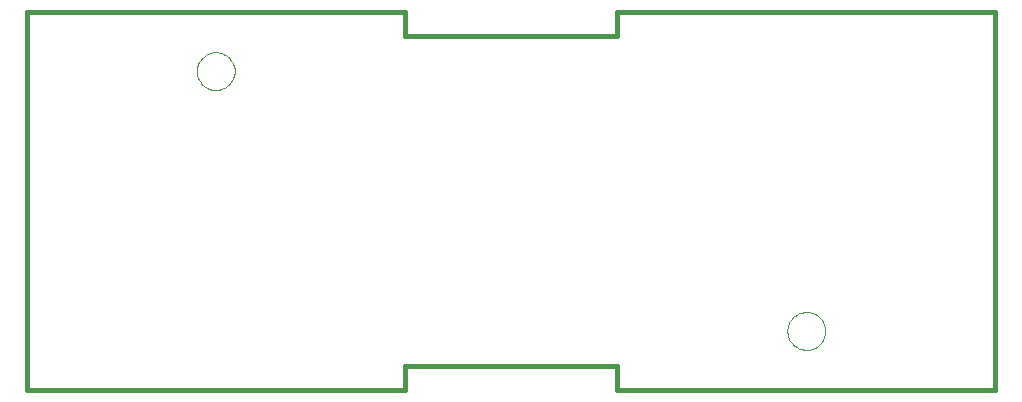
<source format=gko>
G75*
%MOIN*%
%OFA0B0*%
%FSLAX24Y24*%
%IPPOS*%
%LPD*%
%AMOC8*
5,1,8,0,0,1.08239X$1,22.5*
%
%ADD10C,0.0160*%
%ADD11C,0.0000*%
D10*
X001031Y000465D02*
X001031Y013063D01*
X013630Y013063D01*
X013630Y012276D01*
X020717Y012276D01*
X020717Y013063D01*
X033315Y013063D01*
X033315Y000465D01*
X020717Y000465D01*
X020717Y001252D01*
X013630Y001252D01*
X013630Y000465D01*
X001031Y000465D01*
D11*
X026386Y002433D02*
X026388Y002483D01*
X026394Y002533D01*
X026404Y002582D01*
X026418Y002630D01*
X026435Y002677D01*
X026456Y002722D01*
X026481Y002766D01*
X026509Y002807D01*
X026541Y002846D01*
X026575Y002883D01*
X026612Y002917D01*
X026652Y002947D01*
X026694Y002974D01*
X026738Y002998D01*
X026784Y003019D01*
X026831Y003035D01*
X026879Y003048D01*
X026929Y003057D01*
X026978Y003062D01*
X027029Y003063D01*
X027079Y003060D01*
X027128Y003053D01*
X027177Y003042D01*
X027225Y003027D01*
X027271Y003009D01*
X027316Y002987D01*
X027359Y002961D01*
X027400Y002932D01*
X027439Y002900D01*
X027475Y002865D01*
X027507Y002827D01*
X027537Y002787D01*
X027564Y002744D01*
X027587Y002700D01*
X027606Y002654D01*
X027622Y002606D01*
X027634Y002557D01*
X027642Y002508D01*
X027646Y002458D01*
X027646Y002408D01*
X027642Y002358D01*
X027634Y002309D01*
X027622Y002260D01*
X027606Y002212D01*
X027587Y002166D01*
X027564Y002122D01*
X027537Y002079D01*
X027507Y002039D01*
X027475Y002001D01*
X027439Y001966D01*
X027400Y001934D01*
X027359Y001905D01*
X027316Y001879D01*
X027271Y001857D01*
X027225Y001839D01*
X027177Y001824D01*
X027128Y001813D01*
X027079Y001806D01*
X027029Y001803D01*
X026978Y001804D01*
X026929Y001809D01*
X026879Y001818D01*
X026831Y001831D01*
X026784Y001847D01*
X026738Y001868D01*
X026694Y001892D01*
X026652Y001919D01*
X026612Y001949D01*
X026575Y001983D01*
X026541Y002020D01*
X026509Y002059D01*
X026481Y002100D01*
X026456Y002144D01*
X026435Y002189D01*
X026418Y002236D01*
X026404Y002284D01*
X026394Y002333D01*
X026388Y002383D01*
X026386Y002433D01*
X006701Y011095D02*
X006703Y011145D01*
X006709Y011195D01*
X006719Y011244D01*
X006733Y011292D01*
X006750Y011339D01*
X006771Y011384D01*
X006796Y011428D01*
X006824Y011469D01*
X006856Y011508D01*
X006890Y011545D01*
X006927Y011579D01*
X006967Y011609D01*
X007009Y011636D01*
X007053Y011660D01*
X007099Y011681D01*
X007146Y011697D01*
X007194Y011710D01*
X007244Y011719D01*
X007293Y011724D01*
X007344Y011725D01*
X007394Y011722D01*
X007443Y011715D01*
X007492Y011704D01*
X007540Y011689D01*
X007586Y011671D01*
X007631Y011649D01*
X007674Y011623D01*
X007715Y011594D01*
X007754Y011562D01*
X007790Y011527D01*
X007822Y011489D01*
X007852Y011449D01*
X007879Y011406D01*
X007902Y011362D01*
X007921Y011316D01*
X007937Y011268D01*
X007949Y011219D01*
X007957Y011170D01*
X007961Y011120D01*
X007961Y011070D01*
X007957Y011020D01*
X007949Y010971D01*
X007937Y010922D01*
X007921Y010874D01*
X007902Y010828D01*
X007879Y010784D01*
X007852Y010741D01*
X007822Y010701D01*
X007790Y010663D01*
X007754Y010628D01*
X007715Y010596D01*
X007674Y010567D01*
X007631Y010541D01*
X007586Y010519D01*
X007540Y010501D01*
X007492Y010486D01*
X007443Y010475D01*
X007394Y010468D01*
X007344Y010465D01*
X007293Y010466D01*
X007244Y010471D01*
X007194Y010480D01*
X007146Y010493D01*
X007099Y010509D01*
X007053Y010530D01*
X007009Y010554D01*
X006967Y010581D01*
X006927Y010611D01*
X006890Y010645D01*
X006856Y010682D01*
X006824Y010721D01*
X006796Y010762D01*
X006771Y010806D01*
X006750Y010851D01*
X006733Y010898D01*
X006719Y010946D01*
X006709Y010995D01*
X006703Y011045D01*
X006701Y011095D01*
M02*

</source>
